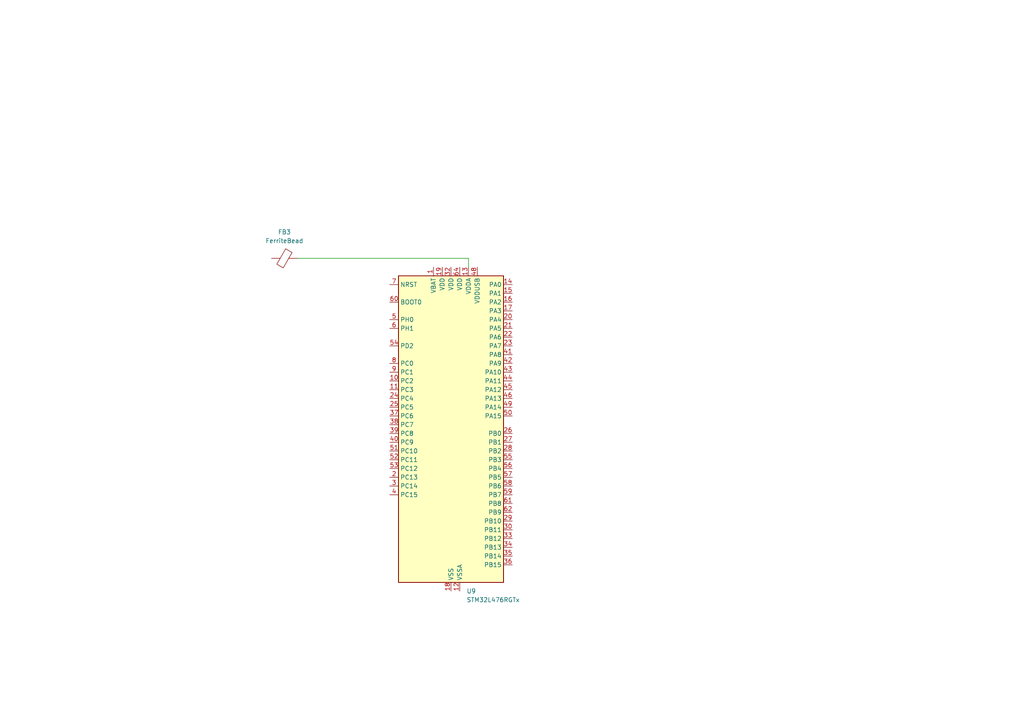
<source format=kicad_sch>
(kicad_sch (version 20231120) (generator "eeschema") (generator_version "8.0")
  (paper "A4")
  (lib_symbols
    (symbol "Device:FerriteBead" (pin_numbers hide) (pin_names (offset 0))
      (property "Reference" "FB" (at -3.81 0.635 90))
      (property "Value" "FerriteBead" (at 3.81 0 90))
      (symbol "FerriteBead_0_1"
        (polyline (pts (xy 0 -1.27) (xy 0 -1.2192)))
        (polyline (pts (xy 0 1.27) (xy 0 1.2954)))
        (polyline (pts (xy -2.7686 0.4064) (xy -1.7018 2.2606) (xy 2.7686 -0.3048) (xy 1.6764 -2.159) (xy -2.7686 0.4064)))
      )
      (symbol "FerriteBead_1_1"
        (pin passive line (at 0 3.81 270) (length 2.54) (name "~") (number "1"))
        (pin passive line (at 0 -3.81 90) (length 2.54) (name "~") (number "2"))
      )
    )
    (symbol "MCU_ST_STM32L4:STM32L476RGTx"
      (property "Reference" "U" (at -15.24 46.99 0))
      (property "Value" "STM32L476RGTx" (at 10.16 46.99 0))
      (symbol "STM32L476RGTx_0_1"
        (rectangle (start -15.24 -43.18) (end 15.24 45.72) (stroke (width 0.254)) (fill (type background)))
      )
      (symbol "STM32L476RGTx_1_1"
        (pin power_in line (at -5.08 48.26 270) (length 2.54) (name "VBAT") (number "1"))
        (pin bidirectional line (at -17.78 15.24 0) (length 2.54) (name "PC2") (number "10"))
        (pin bidirectional line (at -17.78 12.7 0) (length 2.54) (name "PC3") (number "11"))
        (pin power_in line (at 2.54 -45.72 90) (length 2.54) (name "VSSA") (number "12"))
        (pin power_in line (at 5.08 48.26 270) (length 2.54) (name "VDDA") (number "13"))
        (pin bidirectional line (at 17.78 43.18 180) (length 2.54) (name "PA0") (number "14"))
        (pin bidirectional line (at 17.78 40.64 180) (length 2.54) (name "PA1") (number "15"))
        (pin bidirectional line (at 17.78 38.1 180) (length 2.54) (name "PA2") (number "16"))
        (pin bidirectional line (at 17.78 35.56 180) (length 2.54) (name "PA3") (number "17"))
        (pin power_in line (at 0 -45.72 90) (length 2.54) (name "VSS") (number "18"))
        (pin power_in line (at -2.54 48.26 270) (length 2.54) (name "VDD") (number "19"))
        (pin bidirectional line (at -17.78 -12.7 0) (length 2.54) (name "PC13") (number "2"))
        (pin bidirectional line (at 17.78 33.02 180) (length 2.54) (name "PA4") (number "20"))
        (pin bidirectional line (at 17.78 30.48 180) (length 2.54) (name "PA5") (number "21"))
        (pin bidirectional line (at 17.78 27.94 180) (length 2.54) (name "PA6") (number "22"))
        (pin bidirectional line (at 17.78 25.4 180) (length 2.54) (name "PA7") (number "23"))
        (pin bidirectional line (at -17.78 10.16 0) (length 2.54) (name "PC4") (number "24"))
        (pin bidirectional line (at -17.78 7.62 0) (length 2.54) (name "PC5") (number "25"))
        (pin bidirectional line (at 17.78 0 180) (length 2.54) (name "PB0") (number "26"))
        (pin bidirectional line (at 17.78 -2.54 180) (length 2.54) (name "PB1") (number "27"))
        (pin bidirectional line (at 17.78 -5.08 180) (length 2.54) (name "PB2") (number "28"))
        (pin bidirectional line (at 17.78 -25.4 180) (length 2.54) (name "PB10") (number "29"))
        (pin bidirectional line (at -17.78 -15.24 0) (length 2.54) (name "PC14") (number "3"))
        (pin bidirectional line (at 17.78 -27.94 180) (length 2.54) (name "PB11") (number "30"))
        (pin passive line (at 0 -45.72 90) (length 2.54) hide (name "VSS") (number "31"))
        (pin power_in line (at 0 48.26 270) (length 2.54) (name "VDD") (number "32"))
        (pin bidirectional line (at 17.78 -30.48 180) (length 2.54) (name "PB12") (number "33"))
        (pin bidirectional line (at 17.78 -33.02 180) (length 2.54) (name "PB13") (number "34"))
        (pin bidirectional line (at 17.78 -35.56 180) (length 2.54) (name "PB14") (number "35"))
        (pin bidirectional line (at 17.78 -38.1 180) (length 2.54) (name "PB15") (number "36"))
        (pin bidirectional line (at -17.78 5.08 0) (length 2.54) (name "PC6") (number "37"))
        (pin bidirectional line (at -17.78 2.54 0) (length 2.54) (name "PC7") (number "38"))
        (pin bidirectional line (at -17.78 0 0) (length 2.54) (name "PC8") (number "39"))
        (pin bidirectional line (at -17.78 -17.78 0) (length 2.54) (name "PC15") (number "4"))
        (pin bidirectional line (at -17.78 -2.54 0) (length 2.54) (name "PC9") (number "40"))
        (pin bidirectional line (at 17.78 22.86 180) (length 2.54) (name "PA8") (number "41"))
        (pin bidirectional line (at 17.78 20.32 180) (length 2.54) (name "PA9") (number "42"))
        (pin bidirectional line (at 17.78 17.78 180) (length 2.54) (name "PA10") (number "43"))
        (pin bidirectional line (at 17.78 15.24 180) (length 2.54) (name "PA11") (number "44"))
        (pin bidirectional line (at 17.78 12.7 180) (length 2.54) (name "PA12") (number "45"))
        (pin bidirectional line (at 17.78 10.16 180) (length 2.54) (name "PA13") (number "46"))
        (pin passive line (at 0 -45.72 90) (length 2.54) hide (name "VSS") (number "47"))
        (pin power_in line (at 7.62 48.26 270) (length 2.54) (name "VDDUSB") (number "48"))
        (pin bidirectional line (at 17.78 7.62 180) (length 2.54) (name "PA14") (number "49"))
        (pin bidirectional line (at -17.78 33.02 0) (length 2.54) (name "PH0") (number "5"))
        (pin bidirectional line (at 17.78 5.08 180) (length 2.54) (name "PA15") (number "50"))
        (pin bidirectional line (at -17.78 -5.08 0) (length 2.54) (name "PC10") (number "51"))
        (pin bidirectional line (at -17.78 -7.62 0) (length 2.54) (name "PC11") (number "52"))
        (pin bidirectional line (at -17.78 -10.16 0) (length 2.54) (name "PC12") (number "53"))
        (pin bidirectional line (at -17.78 25.4 0) (length 2.54) (name "PD2") (number "54"))
        (pin bidirectional line (at 17.78 -7.62 180) (length 2.54) (name "PB3") (number "55"))
        (pin bidirectional line (at 17.78 -10.16 180) (length 2.54) (name "PB4") (number "56"))
        (pin bidirectional line (at 17.78 -12.7 180) (length 2.54) (name "PB5") (number "57"))
        (pin bidirectional line (at 17.78 -15.24 180) (length 2.54) (name "PB6") (number "58"))
        (pin bidirectional line (at 17.78 -17.78 180) (length 2.54) (name "PB7") (number "59"))
        (pin bidirectional line (at -17.78 30.48 0) (length 2.54) (name "PH1") (number "6"))
        (pin input line (at -17.78 38.1 0) (length 2.54) (name "BOOT0") (number "60"))
        (pin bidirectional line (at 17.78 -20.32 180) (length 2.54) (name "PB8") (number "61"))
        (pin bidirectional line (at 17.78 -22.86 180) (length 2.54) (name "PB9") (number "62"))
        (pin passive line (at 0 -45.72 90) (length 2.54) hide (name "VSS") (number "63"))
        (pin power_in line (at 2.54 48.26 270) (length 2.54) (name "VDD") (number "64"))
        (pin input line (at -17.78 43.18 0) (length 2.54) (name "NRST") (number "7"))
        (pin bidirectional line (at -17.78 20.32 0) (length 2.54) (name "PC0") (number "8"))
        (pin bidirectional line (at -17.78 17.78 0) (length 2.54) (name "PC1") (number "9"))
      )
    )
  )
  (wire (pts (xy 86.36 74.93) (xy 135.89 74.93)))
  (wire (pts (xy 135.89 74.93) (xy 135.89 77.47)))
  (symbol (lib_id "Device:FerriteBead") (at 82.55 74.93 90) (unit 1)
    (property "Reference" "FB3" (at 82.4992 67.31 90))
    (property "Value" "FerriteBead" (at 82.4992 69.85 90))
  )
  (symbol (lib_id "MCU_ST_STM32L4:STM32L476RGTx") (at 130.81 125.73 0) (unit 1)
    (property "Reference" "U9" (at 135.3059 171.45 0) (effects (justify left)))
    (property "Value" "STM32L476RGTx" (at 135.3059 173.99 0) (effects (justify left)))
    (property "Footprint" "STM32 Chip:LQFP-64_10x10mm_P0.5mm" (effects (hide yes)))
    (property "Datasheet" "https://www.st.com/resource/en/datasheet/stm32l476rg.pdf" (effects (hide yes)))
  )
)
</source>
